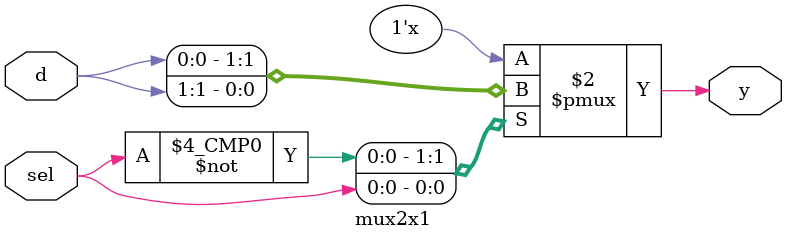
<source format=v>
module mux2x1(
	input sel,
	input [1:0] d,
	output reg y
);

	always @ (*) begin
		case(sel) 
			1'b0: y = d[0];
			1'b1: y = d[1];
		endcase
	end
endmodule

</source>
